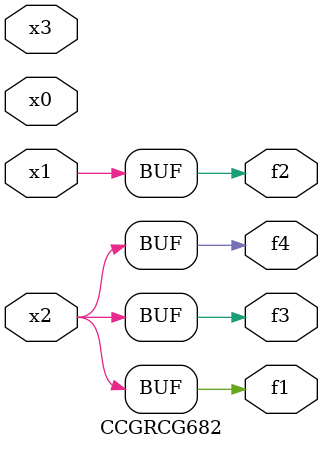
<source format=v>
module CCGRCG682(
	input x0, x1, x2, x3,
	output f1, f2, f3, f4
);
	assign f1 = x2;
	assign f2 = x1;
	assign f3 = x2;
	assign f4 = x2;
endmodule

</source>
